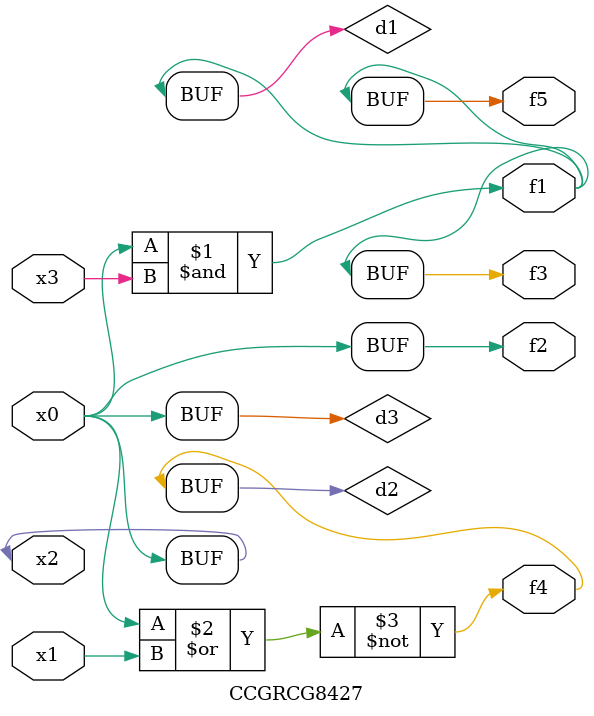
<source format=v>
module CCGRCG8427(
	input x0, x1, x2, x3,
	output f1, f2, f3, f4, f5
);

	wire d1, d2, d3;

	and (d1, x2, x3);
	nor (d2, x0, x1);
	buf (d3, x0, x2);
	assign f1 = d1;
	assign f2 = d3;
	assign f3 = d1;
	assign f4 = d2;
	assign f5 = d1;
endmodule

</source>
